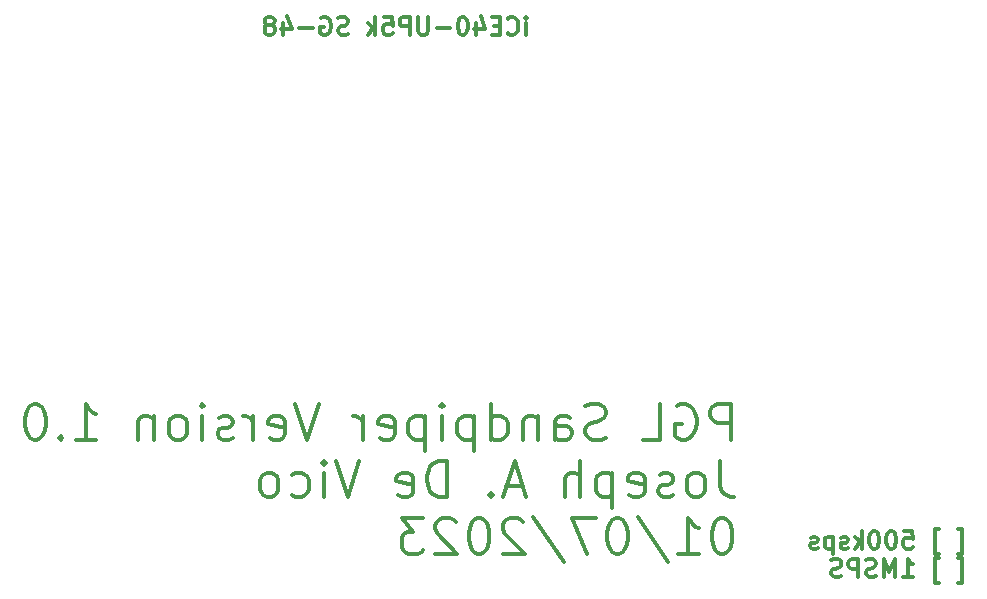
<source format=gbr>
%TF.GenerationSoftware,KiCad,Pcbnew,7.0.7*%
%TF.CreationDate,2024-01-22T13:38:32-08:00*%
%TF.ProjectId,ProgrammaGull_Sandpiper,50726f67-7261-46d6-9d61-47756c6c5f53,rev?*%
%TF.SameCoordinates,Original*%
%TF.FileFunction,Legend,Bot*%
%TF.FilePolarity,Positive*%
%FSLAX46Y46*%
G04 Gerber Fmt 4.6, Leading zero omitted, Abs format (unit mm)*
G04 Created by KiCad (PCBNEW 7.0.7) date 2024-01-22 13:38:32*
%MOMM*%
%LPD*%
G01*
G04 APERTURE LIST*
%ADD10C,0.300000*%
G04 APERTURE END LIST*
D10*
X121516917Y-71435828D02*
X121874060Y-71435828D01*
X121874060Y-71435828D02*
X121874060Y-69292971D01*
X121874060Y-69292971D02*
X121516917Y-69292971D01*
X119945489Y-71435828D02*
X119588346Y-71435828D01*
X119588346Y-71435828D02*
X119588346Y-69292971D01*
X119588346Y-69292971D02*
X119945489Y-69292971D01*
X116945489Y-69435828D02*
X117659775Y-69435828D01*
X117659775Y-69435828D02*
X117731203Y-70150114D01*
X117731203Y-70150114D02*
X117659775Y-70078685D01*
X117659775Y-70078685D02*
X117516918Y-70007257D01*
X117516918Y-70007257D02*
X117159775Y-70007257D01*
X117159775Y-70007257D02*
X117016918Y-70078685D01*
X117016918Y-70078685D02*
X116945489Y-70150114D01*
X116945489Y-70150114D02*
X116874060Y-70292971D01*
X116874060Y-70292971D02*
X116874060Y-70650114D01*
X116874060Y-70650114D02*
X116945489Y-70792971D01*
X116945489Y-70792971D02*
X117016918Y-70864400D01*
X117016918Y-70864400D02*
X117159775Y-70935828D01*
X117159775Y-70935828D02*
X117516918Y-70935828D01*
X117516918Y-70935828D02*
X117659775Y-70864400D01*
X117659775Y-70864400D02*
X117731203Y-70792971D01*
X115945489Y-69435828D02*
X115802632Y-69435828D01*
X115802632Y-69435828D02*
X115659775Y-69507257D01*
X115659775Y-69507257D02*
X115588347Y-69578685D01*
X115588347Y-69578685D02*
X115516918Y-69721542D01*
X115516918Y-69721542D02*
X115445489Y-70007257D01*
X115445489Y-70007257D02*
X115445489Y-70364400D01*
X115445489Y-70364400D02*
X115516918Y-70650114D01*
X115516918Y-70650114D02*
X115588347Y-70792971D01*
X115588347Y-70792971D02*
X115659775Y-70864400D01*
X115659775Y-70864400D02*
X115802632Y-70935828D01*
X115802632Y-70935828D02*
X115945489Y-70935828D01*
X115945489Y-70935828D02*
X116088347Y-70864400D01*
X116088347Y-70864400D02*
X116159775Y-70792971D01*
X116159775Y-70792971D02*
X116231204Y-70650114D01*
X116231204Y-70650114D02*
X116302632Y-70364400D01*
X116302632Y-70364400D02*
X116302632Y-70007257D01*
X116302632Y-70007257D02*
X116231204Y-69721542D01*
X116231204Y-69721542D02*
X116159775Y-69578685D01*
X116159775Y-69578685D02*
X116088347Y-69507257D01*
X116088347Y-69507257D02*
X115945489Y-69435828D01*
X114516918Y-69435828D02*
X114374061Y-69435828D01*
X114374061Y-69435828D02*
X114231204Y-69507257D01*
X114231204Y-69507257D02*
X114159776Y-69578685D01*
X114159776Y-69578685D02*
X114088347Y-69721542D01*
X114088347Y-69721542D02*
X114016918Y-70007257D01*
X114016918Y-70007257D02*
X114016918Y-70364400D01*
X114016918Y-70364400D02*
X114088347Y-70650114D01*
X114088347Y-70650114D02*
X114159776Y-70792971D01*
X114159776Y-70792971D02*
X114231204Y-70864400D01*
X114231204Y-70864400D02*
X114374061Y-70935828D01*
X114374061Y-70935828D02*
X114516918Y-70935828D01*
X114516918Y-70935828D02*
X114659776Y-70864400D01*
X114659776Y-70864400D02*
X114731204Y-70792971D01*
X114731204Y-70792971D02*
X114802633Y-70650114D01*
X114802633Y-70650114D02*
X114874061Y-70364400D01*
X114874061Y-70364400D02*
X114874061Y-70007257D01*
X114874061Y-70007257D02*
X114802633Y-69721542D01*
X114802633Y-69721542D02*
X114731204Y-69578685D01*
X114731204Y-69578685D02*
X114659776Y-69507257D01*
X114659776Y-69507257D02*
X114516918Y-69435828D01*
X113374062Y-70935828D02*
X113374062Y-69435828D01*
X113231205Y-70364400D02*
X112802633Y-70935828D01*
X112802633Y-69935828D02*
X113374062Y-70507257D01*
X112231204Y-70864400D02*
X112088347Y-70935828D01*
X112088347Y-70935828D02*
X111802633Y-70935828D01*
X111802633Y-70935828D02*
X111659776Y-70864400D01*
X111659776Y-70864400D02*
X111588347Y-70721542D01*
X111588347Y-70721542D02*
X111588347Y-70650114D01*
X111588347Y-70650114D02*
X111659776Y-70507257D01*
X111659776Y-70507257D02*
X111802633Y-70435828D01*
X111802633Y-70435828D02*
X112016919Y-70435828D01*
X112016919Y-70435828D02*
X112159776Y-70364400D01*
X112159776Y-70364400D02*
X112231204Y-70221542D01*
X112231204Y-70221542D02*
X112231204Y-70150114D01*
X112231204Y-70150114D02*
X112159776Y-70007257D01*
X112159776Y-70007257D02*
X112016919Y-69935828D01*
X112016919Y-69935828D02*
X111802633Y-69935828D01*
X111802633Y-69935828D02*
X111659776Y-70007257D01*
X110945490Y-69935828D02*
X110945490Y-71435828D01*
X110945490Y-70007257D02*
X110802633Y-69935828D01*
X110802633Y-69935828D02*
X110516918Y-69935828D01*
X110516918Y-69935828D02*
X110374061Y-70007257D01*
X110374061Y-70007257D02*
X110302633Y-70078685D01*
X110302633Y-70078685D02*
X110231204Y-70221542D01*
X110231204Y-70221542D02*
X110231204Y-70650114D01*
X110231204Y-70650114D02*
X110302633Y-70792971D01*
X110302633Y-70792971D02*
X110374061Y-70864400D01*
X110374061Y-70864400D02*
X110516918Y-70935828D01*
X110516918Y-70935828D02*
X110802633Y-70935828D01*
X110802633Y-70935828D02*
X110945490Y-70864400D01*
X109659775Y-70864400D02*
X109516918Y-70935828D01*
X109516918Y-70935828D02*
X109231204Y-70935828D01*
X109231204Y-70935828D02*
X109088347Y-70864400D01*
X109088347Y-70864400D02*
X109016918Y-70721542D01*
X109016918Y-70721542D02*
X109016918Y-70650114D01*
X109016918Y-70650114D02*
X109088347Y-70507257D01*
X109088347Y-70507257D02*
X109231204Y-70435828D01*
X109231204Y-70435828D02*
X109445490Y-70435828D01*
X109445490Y-70435828D02*
X109588347Y-70364400D01*
X109588347Y-70364400D02*
X109659775Y-70221542D01*
X109659775Y-70221542D02*
X109659775Y-70150114D01*
X109659775Y-70150114D02*
X109588347Y-70007257D01*
X109588347Y-70007257D02*
X109445490Y-69935828D01*
X109445490Y-69935828D02*
X109231204Y-69935828D01*
X109231204Y-69935828D02*
X109088347Y-70007257D01*
X121516917Y-73850828D02*
X121874060Y-73850828D01*
X121874060Y-73850828D02*
X121874060Y-71707971D01*
X121874060Y-71707971D02*
X121516917Y-71707971D01*
X119945489Y-73850828D02*
X119588346Y-73850828D01*
X119588346Y-73850828D02*
X119588346Y-71707971D01*
X119588346Y-71707971D02*
X119945489Y-71707971D01*
X116874060Y-73350828D02*
X117731203Y-73350828D01*
X117302632Y-73350828D02*
X117302632Y-71850828D01*
X117302632Y-71850828D02*
X117445489Y-72065114D01*
X117445489Y-72065114D02*
X117588346Y-72207971D01*
X117588346Y-72207971D02*
X117731203Y-72279400D01*
X116231204Y-73350828D02*
X116231204Y-71850828D01*
X116231204Y-71850828D02*
X115731204Y-72922257D01*
X115731204Y-72922257D02*
X115231204Y-71850828D01*
X115231204Y-71850828D02*
X115231204Y-73350828D01*
X114588346Y-73279400D02*
X114374061Y-73350828D01*
X114374061Y-73350828D02*
X114016918Y-73350828D01*
X114016918Y-73350828D02*
X113874061Y-73279400D01*
X113874061Y-73279400D02*
X113802632Y-73207971D01*
X113802632Y-73207971D02*
X113731203Y-73065114D01*
X113731203Y-73065114D02*
X113731203Y-72922257D01*
X113731203Y-72922257D02*
X113802632Y-72779400D01*
X113802632Y-72779400D02*
X113874061Y-72707971D01*
X113874061Y-72707971D02*
X114016918Y-72636542D01*
X114016918Y-72636542D02*
X114302632Y-72565114D01*
X114302632Y-72565114D02*
X114445489Y-72493685D01*
X114445489Y-72493685D02*
X114516918Y-72422257D01*
X114516918Y-72422257D02*
X114588346Y-72279400D01*
X114588346Y-72279400D02*
X114588346Y-72136542D01*
X114588346Y-72136542D02*
X114516918Y-71993685D01*
X114516918Y-71993685D02*
X114445489Y-71922257D01*
X114445489Y-71922257D02*
X114302632Y-71850828D01*
X114302632Y-71850828D02*
X113945489Y-71850828D01*
X113945489Y-71850828D02*
X113731203Y-71922257D01*
X113088347Y-73350828D02*
X113088347Y-71850828D01*
X113088347Y-71850828D02*
X112516918Y-71850828D01*
X112516918Y-71850828D02*
X112374061Y-71922257D01*
X112374061Y-71922257D02*
X112302632Y-71993685D01*
X112302632Y-71993685D02*
X112231204Y-72136542D01*
X112231204Y-72136542D02*
X112231204Y-72350828D01*
X112231204Y-72350828D02*
X112302632Y-72493685D01*
X112302632Y-72493685D02*
X112374061Y-72565114D01*
X112374061Y-72565114D02*
X112516918Y-72636542D01*
X112516918Y-72636542D02*
X113088347Y-72636542D01*
X111659775Y-73279400D02*
X111445490Y-73350828D01*
X111445490Y-73350828D02*
X111088347Y-73350828D01*
X111088347Y-73350828D02*
X110945490Y-73279400D01*
X110945490Y-73279400D02*
X110874061Y-73207971D01*
X110874061Y-73207971D02*
X110802632Y-73065114D01*
X110802632Y-73065114D02*
X110802632Y-72922257D01*
X110802632Y-72922257D02*
X110874061Y-72779400D01*
X110874061Y-72779400D02*
X110945490Y-72707971D01*
X110945490Y-72707971D02*
X111088347Y-72636542D01*
X111088347Y-72636542D02*
X111374061Y-72565114D01*
X111374061Y-72565114D02*
X111516918Y-72493685D01*
X111516918Y-72493685D02*
X111588347Y-72422257D01*
X111588347Y-72422257D02*
X111659775Y-72279400D01*
X111659775Y-72279400D02*
X111659775Y-72136542D01*
X111659775Y-72136542D02*
X111588347Y-71993685D01*
X111588347Y-71993685D02*
X111516918Y-71922257D01*
X111516918Y-71922257D02*
X111374061Y-71850828D01*
X111374061Y-71850828D02*
X111016918Y-71850828D01*
X111016918Y-71850828D02*
X110802632Y-71922257D01*
X102278346Y-61707257D02*
X102278346Y-58707257D01*
X102278346Y-58707257D02*
X101135489Y-58707257D01*
X101135489Y-58707257D02*
X100849774Y-58850114D01*
X100849774Y-58850114D02*
X100706917Y-58992971D01*
X100706917Y-58992971D02*
X100564060Y-59278685D01*
X100564060Y-59278685D02*
X100564060Y-59707257D01*
X100564060Y-59707257D02*
X100706917Y-59992971D01*
X100706917Y-59992971D02*
X100849774Y-60135828D01*
X100849774Y-60135828D02*
X101135489Y-60278685D01*
X101135489Y-60278685D02*
X102278346Y-60278685D01*
X97706917Y-58850114D02*
X97992632Y-58707257D01*
X97992632Y-58707257D02*
X98421203Y-58707257D01*
X98421203Y-58707257D02*
X98849774Y-58850114D01*
X98849774Y-58850114D02*
X99135489Y-59135828D01*
X99135489Y-59135828D02*
X99278346Y-59421542D01*
X99278346Y-59421542D02*
X99421203Y-59992971D01*
X99421203Y-59992971D02*
X99421203Y-60421542D01*
X99421203Y-60421542D02*
X99278346Y-60992971D01*
X99278346Y-60992971D02*
X99135489Y-61278685D01*
X99135489Y-61278685D02*
X98849774Y-61564400D01*
X98849774Y-61564400D02*
X98421203Y-61707257D01*
X98421203Y-61707257D02*
X98135489Y-61707257D01*
X98135489Y-61707257D02*
X97706917Y-61564400D01*
X97706917Y-61564400D02*
X97564060Y-61421542D01*
X97564060Y-61421542D02*
X97564060Y-60421542D01*
X97564060Y-60421542D02*
X98135489Y-60421542D01*
X94849774Y-61707257D02*
X96278346Y-61707257D01*
X96278346Y-61707257D02*
X96278346Y-58707257D01*
X91706918Y-61564400D02*
X91278347Y-61707257D01*
X91278347Y-61707257D02*
X90564061Y-61707257D01*
X90564061Y-61707257D02*
X90278347Y-61564400D01*
X90278347Y-61564400D02*
X90135489Y-61421542D01*
X90135489Y-61421542D02*
X89992632Y-61135828D01*
X89992632Y-61135828D02*
X89992632Y-60850114D01*
X89992632Y-60850114D02*
X90135489Y-60564400D01*
X90135489Y-60564400D02*
X90278347Y-60421542D01*
X90278347Y-60421542D02*
X90564061Y-60278685D01*
X90564061Y-60278685D02*
X91135489Y-60135828D01*
X91135489Y-60135828D02*
X91421204Y-59992971D01*
X91421204Y-59992971D02*
X91564061Y-59850114D01*
X91564061Y-59850114D02*
X91706918Y-59564400D01*
X91706918Y-59564400D02*
X91706918Y-59278685D01*
X91706918Y-59278685D02*
X91564061Y-58992971D01*
X91564061Y-58992971D02*
X91421204Y-58850114D01*
X91421204Y-58850114D02*
X91135489Y-58707257D01*
X91135489Y-58707257D02*
X90421204Y-58707257D01*
X90421204Y-58707257D02*
X89992632Y-58850114D01*
X87421204Y-61707257D02*
X87421204Y-60135828D01*
X87421204Y-60135828D02*
X87564061Y-59850114D01*
X87564061Y-59850114D02*
X87849775Y-59707257D01*
X87849775Y-59707257D02*
X88421204Y-59707257D01*
X88421204Y-59707257D02*
X88706918Y-59850114D01*
X87421204Y-61564400D02*
X87706918Y-61707257D01*
X87706918Y-61707257D02*
X88421204Y-61707257D01*
X88421204Y-61707257D02*
X88706918Y-61564400D01*
X88706918Y-61564400D02*
X88849775Y-61278685D01*
X88849775Y-61278685D02*
X88849775Y-60992971D01*
X88849775Y-60992971D02*
X88706918Y-60707257D01*
X88706918Y-60707257D02*
X88421204Y-60564400D01*
X88421204Y-60564400D02*
X87706918Y-60564400D01*
X87706918Y-60564400D02*
X87421204Y-60421542D01*
X85992632Y-59707257D02*
X85992632Y-61707257D01*
X85992632Y-59992971D02*
X85849775Y-59850114D01*
X85849775Y-59850114D02*
X85564060Y-59707257D01*
X85564060Y-59707257D02*
X85135489Y-59707257D01*
X85135489Y-59707257D02*
X84849775Y-59850114D01*
X84849775Y-59850114D02*
X84706918Y-60135828D01*
X84706918Y-60135828D02*
X84706918Y-61707257D01*
X81992632Y-61707257D02*
X81992632Y-58707257D01*
X81992632Y-61564400D02*
X82278346Y-61707257D01*
X82278346Y-61707257D02*
X82849774Y-61707257D01*
X82849774Y-61707257D02*
X83135489Y-61564400D01*
X83135489Y-61564400D02*
X83278346Y-61421542D01*
X83278346Y-61421542D02*
X83421203Y-61135828D01*
X83421203Y-61135828D02*
X83421203Y-60278685D01*
X83421203Y-60278685D02*
X83278346Y-59992971D01*
X83278346Y-59992971D02*
X83135489Y-59850114D01*
X83135489Y-59850114D02*
X82849774Y-59707257D01*
X82849774Y-59707257D02*
X82278346Y-59707257D01*
X82278346Y-59707257D02*
X81992632Y-59850114D01*
X80564060Y-59707257D02*
X80564060Y-62707257D01*
X80564060Y-59850114D02*
X80278346Y-59707257D01*
X80278346Y-59707257D02*
X79706917Y-59707257D01*
X79706917Y-59707257D02*
X79421203Y-59850114D01*
X79421203Y-59850114D02*
X79278346Y-59992971D01*
X79278346Y-59992971D02*
X79135488Y-60278685D01*
X79135488Y-60278685D02*
X79135488Y-61135828D01*
X79135488Y-61135828D02*
X79278346Y-61421542D01*
X79278346Y-61421542D02*
X79421203Y-61564400D01*
X79421203Y-61564400D02*
X79706917Y-61707257D01*
X79706917Y-61707257D02*
X80278346Y-61707257D01*
X80278346Y-61707257D02*
X80564060Y-61564400D01*
X77849774Y-61707257D02*
X77849774Y-59707257D01*
X77849774Y-58707257D02*
X77992631Y-58850114D01*
X77992631Y-58850114D02*
X77849774Y-58992971D01*
X77849774Y-58992971D02*
X77706917Y-58850114D01*
X77706917Y-58850114D02*
X77849774Y-58707257D01*
X77849774Y-58707257D02*
X77849774Y-58992971D01*
X76421203Y-59707257D02*
X76421203Y-62707257D01*
X76421203Y-59850114D02*
X76135489Y-59707257D01*
X76135489Y-59707257D02*
X75564060Y-59707257D01*
X75564060Y-59707257D02*
X75278346Y-59850114D01*
X75278346Y-59850114D02*
X75135489Y-59992971D01*
X75135489Y-59992971D02*
X74992631Y-60278685D01*
X74992631Y-60278685D02*
X74992631Y-61135828D01*
X74992631Y-61135828D02*
X75135489Y-61421542D01*
X75135489Y-61421542D02*
X75278346Y-61564400D01*
X75278346Y-61564400D02*
X75564060Y-61707257D01*
X75564060Y-61707257D02*
X76135489Y-61707257D01*
X76135489Y-61707257D02*
X76421203Y-61564400D01*
X72564060Y-61564400D02*
X72849774Y-61707257D01*
X72849774Y-61707257D02*
X73421203Y-61707257D01*
X73421203Y-61707257D02*
X73706917Y-61564400D01*
X73706917Y-61564400D02*
X73849774Y-61278685D01*
X73849774Y-61278685D02*
X73849774Y-60135828D01*
X73849774Y-60135828D02*
X73706917Y-59850114D01*
X73706917Y-59850114D02*
X73421203Y-59707257D01*
X73421203Y-59707257D02*
X72849774Y-59707257D01*
X72849774Y-59707257D02*
X72564060Y-59850114D01*
X72564060Y-59850114D02*
X72421203Y-60135828D01*
X72421203Y-60135828D02*
X72421203Y-60421542D01*
X72421203Y-60421542D02*
X73849774Y-60707257D01*
X71135488Y-61707257D02*
X71135488Y-59707257D01*
X71135488Y-60278685D02*
X70992631Y-59992971D01*
X70992631Y-59992971D02*
X70849774Y-59850114D01*
X70849774Y-59850114D02*
X70564059Y-59707257D01*
X70564059Y-59707257D02*
X70278345Y-59707257D01*
X67421202Y-58707257D02*
X66421202Y-61707257D01*
X66421202Y-61707257D02*
X65421202Y-58707257D01*
X63278345Y-61564400D02*
X63564059Y-61707257D01*
X63564059Y-61707257D02*
X64135488Y-61707257D01*
X64135488Y-61707257D02*
X64421202Y-61564400D01*
X64421202Y-61564400D02*
X64564059Y-61278685D01*
X64564059Y-61278685D02*
X64564059Y-60135828D01*
X64564059Y-60135828D02*
X64421202Y-59850114D01*
X64421202Y-59850114D02*
X64135488Y-59707257D01*
X64135488Y-59707257D02*
X63564059Y-59707257D01*
X63564059Y-59707257D02*
X63278345Y-59850114D01*
X63278345Y-59850114D02*
X63135488Y-60135828D01*
X63135488Y-60135828D02*
X63135488Y-60421542D01*
X63135488Y-60421542D02*
X64564059Y-60707257D01*
X61849773Y-61707257D02*
X61849773Y-59707257D01*
X61849773Y-60278685D02*
X61706916Y-59992971D01*
X61706916Y-59992971D02*
X61564059Y-59850114D01*
X61564059Y-59850114D02*
X61278344Y-59707257D01*
X61278344Y-59707257D02*
X60992630Y-59707257D01*
X60135487Y-61564400D02*
X59849773Y-61707257D01*
X59849773Y-61707257D02*
X59278344Y-61707257D01*
X59278344Y-61707257D02*
X58992630Y-61564400D01*
X58992630Y-61564400D02*
X58849773Y-61278685D01*
X58849773Y-61278685D02*
X58849773Y-61135828D01*
X58849773Y-61135828D02*
X58992630Y-60850114D01*
X58992630Y-60850114D02*
X59278344Y-60707257D01*
X59278344Y-60707257D02*
X59706916Y-60707257D01*
X59706916Y-60707257D02*
X59992630Y-60564400D01*
X59992630Y-60564400D02*
X60135487Y-60278685D01*
X60135487Y-60278685D02*
X60135487Y-60135828D01*
X60135487Y-60135828D02*
X59992630Y-59850114D01*
X59992630Y-59850114D02*
X59706916Y-59707257D01*
X59706916Y-59707257D02*
X59278344Y-59707257D01*
X59278344Y-59707257D02*
X58992630Y-59850114D01*
X57564059Y-61707257D02*
X57564059Y-59707257D01*
X57564059Y-58707257D02*
X57706916Y-58850114D01*
X57706916Y-58850114D02*
X57564059Y-58992971D01*
X57564059Y-58992971D02*
X57421202Y-58850114D01*
X57421202Y-58850114D02*
X57564059Y-58707257D01*
X57564059Y-58707257D02*
X57564059Y-58992971D01*
X55706916Y-61707257D02*
X55992631Y-61564400D01*
X55992631Y-61564400D02*
X56135488Y-61421542D01*
X56135488Y-61421542D02*
X56278345Y-61135828D01*
X56278345Y-61135828D02*
X56278345Y-60278685D01*
X56278345Y-60278685D02*
X56135488Y-59992971D01*
X56135488Y-59992971D02*
X55992631Y-59850114D01*
X55992631Y-59850114D02*
X55706916Y-59707257D01*
X55706916Y-59707257D02*
X55278345Y-59707257D01*
X55278345Y-59707257D02*
X54992631Y-59850114D01*
X54992631Y-59850114D02*
X54849774Y-59992971D01*
X54849774Y-59992971D02*
X54706916Y-60278685D01*
X54706916Y-60278685D02*
X54706916Y-61135828D01*
X54706916Y-61135828D02*
X54849774Y-61421542D01*
X54849774Y-61421542D02*
X54992631Y-61564400D01*
X54992631Y-61564400D02*
X55278345Y-61707257D01*
X55278345Y-61707257D02*
X55706916Y-61707257D01*
X53421202Y-59707257D02*
X53421202Y-61707257D01*
X53421202Y-59992971D02*
X53278345Y-59850114D01*
X53278345Y-59850114D02*
X52992630Y-59707257D01*
X52992630Y-59707257D02*
X52564059Y-59707257D01*
X52564059Y-59707257D02*
X52278345Y-59850114D01*
X52278345Y-59850114D02*
X52135488Y-60135828D01*
X52135488Y-60135828D02*
X52135488Y-61707257D01*
X46849773Y-61707257D02*
X48564059Y-61707257D01*
X47706916Y-61707257D02*
X47706916Y-58707257D01*
X47706916Y-58707257D02*
X47992630Y-59135828D01*
X47992630Y-59135828D02*
X48278345Y-59421542D01*
X48278345Y-59421542D02*
X48564059Y-59564400D01*
X45564059Y-61421542D02*
X45421202Y-61564400D01*
X45421202Y-61564400D02*
X45564059Y-61707257D01*
X45564059Y-61707257D02*
X45706916Y-61564400D01*
X45706916Y-61564400D02*
X45564059Y-61421542D01*
X45564059Y-61421542D02*
X45564059Y-61707257D01*
X43564059Y-58707257D02*
X43278345Y-58707257D01*
X43278345Y-58707257D02*
X42992631Y-58850114D01*
X42992631Y-58850114D02*
X42849774Y-58992971D01*
X42849774Y-58992971D02*
X42706916Y-59278685D01*
X42706916Y-59278685D02*
X42564059Y-59850114D01*
X42564059Y-59850114D02*
X42564059Y-60564400D01*
X42564059Y-60564400D02*
X42706916Y-61135828D01*
X42706916Y-61135828D02*
X42849774Y-61421542D01*
X42849774Y-61421542D02*
X42992631Y-61564400D01*
X42992631Y-61564400D02*
X43278345Y-61707257D01*
X43278345Y-61707257D02*
X43564059Y-61707257D01*
X43564059Y-61707257D02*
X43849774Y-61564400D01*
X43849774Y-61564400D02*
X43992631Y-61421542D01*
X43992631Y-61421542D02*
X44135488Y-61135828D01*
X44135488Y-61135828D02*
X44278345Y-60564400D01*
X44278345Y-60564400D02*
X44278345Y-59850114D01*
X44278345Y-59850114D02*
X44135488Y-59278685D01*
X44135488Y-59278685D02*
X43992631Y-58992971D01*
X43992631Y-58992971D02*
X43849774Y-58850114D01*
X43849774Y-58850114D02*
X43564059Y-58707257D01*
X101421203Y-63537257D02*
X101421203Y-65680114D01*
X101421203Y-65680114D02*
X101564060Y-66108685D01*
X101564060Y-66108685D02*
X101849774Y-66394400D01*
X101849774Y-66394400D02*
X102278346Y-66537257D01*
X102278346Y-66537257D02*
X102564060Y-66537257D01*
X99564060Y-66537257D02*
X99849775Y-66394400D01*
X99849775Y-66394400D02*
X99992632Y-66251542D01*
X99992632Y-66251542D02*
X100135489Y-65965828D01*
X100135489Y-65965828D02*
X100135489Y-65108685D01*
X100135489Y-65108685D02*
X99992632Y-64822971D01*
X99992632Y-64822971D02*
X99849775Y-64680114D01*
X99849775Y-64680114D02*
X99564060Y-64537257D01*
X99564060Y-64537257D02*
X99135489Y-64537257D01*
X99135489Y-64537257D02*
X98849775Y-64680114D01*
X98849775Y-64680114D02*
X98706918Y-64822971D01*
X98706918Y-64822971D02*
X98564060Y-65108685D01*
X98564060Y-65108685D02*
X98564060Y-65965828D01*
X98564060Y-65965828D02*
X98706918Y-66251542D01*
X98706918Y-66251542D02*
X98849775Y-66394400D01*
X98849775Y-66394400D02*
X99135489Y-66537257D01*
X99135489Y-66537257D02*
X99564060Y-66537257D01*
X97421203Y-66394400D02*
X97135489Y-66537257D01*
X97135489Y-66537257D02*
X96564060Y-66537257D01*
X96564060Y-66537257D02*
X96278346Y-66394400D01*
X96278346Y-66394400D02*
X96135489Y-66108685D01*
X96135489Y-66108685D02*
X96135489Y-65965828D01*
X96135489Y-65965828D02*
X96278346Y-65680114D01*
X96278346Y-65680114D02*
X96564060Y-65537257D01*
X96564060Y-65537257D02*
X96992632Y-65537257D01*
X96992632Y-65537257D02*
X97278346Y-65394400D01*
X97278346Y-65394400D02*
X97421203Y-65108685D01*
X97421203Y-65108685D02*
X97421203Y-64965828D01*
X97421203Y-64965828D02*
X97278346Y-64680114D01*
X97278346Y-64680114D02*
X96992632Y-64537257D01*
X96992632Y-64537257D02*
X96564060Y-64537257D01*
X96564060Y-64537257D02*
X96278346Y-64680114D01*
X93706918Y-66394400D02*
X93992632Y-66537257D01*
X93992632Y-66537257D02*
X94564061Y-66537257D01*
X94564061Y-66537257D02*
X94849775Y-66394400D01*
X94849775Y-66394400D02*
X94992632Y-66108685D01*
X94992632Y-66108685D02*
X94992632Y-64965828D01*
X94992632Y-64965828D02*
X94849775Y-64680114D01*
X94849775Y-64680114D02*
X94564061Y-64537257D01*
X94564061Y-64537257D02*
X93992632Y-64537257D01*
X93992632Y-64537257D02*
X93706918Y-64680114D01*
X93706918Y-64680114D02*
X93564061Y-64965828D01*
X93564061Y-64965828D02*
X93564061Y-65251542D01*
X93564061Y-65251542D02*
X94992632Y-65537257D01*
X92278346Y-64537257D02*
X92278346Y-67537257D01*
X92278346Y-64680114D02*
X91992632Y-64537257D01*
X91992632Y-64537257D02*
X91421203Y-64537257D01*
X91421203Y-64537257D02*
X91135489Y-64680114D01*
X91135489Y-64680114D02*
X90992632Y-64822971D01*
X90992632Y-64822971D02*
X90849774Y-65108685D01*
X90849774Y-65108685D02*
X90849774Y-65965828D01*
X90849774Y-65965828D02*
X90992632Y-66251542D01*
X90992632Y-66251542D02*
X91135489Y-66394400D01*
X91135489Y-66394400D02*
X91421203Y-66537257D01*
X91421203Y-66537257D02*
X91992632Y-66537257D01*
X91992632Y-66537257D02*
X92278346Y-66394400D01*
X89564060Y-66537257D02*
X89564060Y-63537257D01*
X88278346Y-66537257D02*
X88278346Y-64965828D01*
X88278346Y-64965828D02*
X88421203Y-64680114D01*
X88421203Y-64680114D02*
X88706917Y-64537257D01*
X88706917Y-64537257D02*
X89135488Y-64537257D01*
X89135488Y-64537257D02*
X89421203Y-64680114D01*
X89421203Y-64680114D02*
X89564060Y-64822971D01*
X84706917Y-65680114D02*
X83278346Y-65680114D01*
X84992631Y-66537257D02*
X83992631Y-63537257D01*
X83992631Y-63537257D02*
X82992631Y-66537257D01*
X81992631Y-66251542D02*
X81849774Y-66394400D01*
X81849774Y-66394400D02*
X81992631Y-66537257D01*
X81992631Y-66537257D02*
X82135488Y-66394400D01*
X82135488Y-66394400D02*
X81992631Y-66251542D01*
X81992631Y-66251542D02*
X81992631Y-66537257D01*
X78278346Y-66537257D02*
X78278346Y-63537257D01*
X78278346Y-63537257D02*
X77564060Y-63537257D01*
X77564060Y-63537257D02*
X77135489Y-63680114D01*
X77135489Y-63680114D02*
X76849774Y-63965828D01*
X76849774Y-63965828D02*
X76706917Y-64251542D01*
X76706917Y-64251542D02*
X76564060Y-64822971D01*
X76564060Y-64822971D02*
X76564060Y-65251542D01*
X76564060Y-65251542D02*
X76706917Y-65822971D01*
X76706917Y-65822971D02*
X76849774Y-66108685D01*
X76849774Y-66108685D02*
X77135489Y-66394400D01*
X77135489Y-66394400D02*
X77564060Y-66537257D01*
X77564060Y-66537257D02*
X78278346Y-66537257D01*
X74135489Y-66394400D02*
X74421203Y-66537257D01*
X74421203Y-66537257D02*
X74992632Y-66537257D01*
X74992632Y-66537257D02*
X75278346Y-66394400D01*
X75278346Y-66394400D02*
X75421203Y-66108685D01*
X75421203Y-66108685D02*
X75421203Y-64965828D01*
X75421203Y-64965828D02*
X75278346Y-64680114D01*
X75278346Y-64680114D02*
X74992632Y-64537257D01*
X74992632Y-64537257D02*
X74421203Y-64537257D01*
X74421203Y-64537257D02*
X74135489Y-64680114D01*
X74135489Y-64680114D02*
X73992632Y-64965828D01*
X73992632Y-64965828D02*
X73992632Y-65251542D01*
X73992632Y-65251542D02*
X75421203Y-65537257D01*
X70849774Y-63537257D02*
X69849774Y-66537257D01*
X69849774Y-66537257D02*
X68849774Y-63537257D01*
X67849774Y-66537257D02*
X67849774Y-64537257D01*
X67849774Y-63537257D02*
X67992631Y-63680114D01*
X67992631Y-63680114D02*
X67849774Y-63822971D01*
X67849774Y-63822971D02*
X67706917Y-63680114D01*
X67706917Y-63680114D02*
X67849774Y-63537257D01*
X67849774Y-63537257D02*
X67849774Y-63822971D01*
X65135489Y-66394400D02*
X65421203Y-66537257D01*
X65421203Y-66537257D02*
X65992631Y-66537257D01*
X65992631Y-66537257D02*
X66278346Y-66394400D01*
X66278346Y-66394400D02*
X66421203Y-66251542D01*
X66421203Y-66251542D02*
X66564060Y-65965828D01*
X66564060Y-65965828D02*
X66564060Y-65108685D01*
X66564060Y-65108685D02*
X66421203Y-64822971D01*
X66421203Y-64822971D02*
X66278346Y-64680114D01*
X66278346Y-64680114D02*
X65992631Y-64537257D01*
X65992631Y-64537257D02*
X65421203Y-64537257D01*
X65421203Y-64537257D02*
X65135489Y-64680114D01*
X63421202Y-66537257D02*
X63706917Y-66394400D01*
X63706917Y-66394400D02*
X63849774Y-66251542D01*
X63849774Y-66251542D02*
X63992631Y-65965828D01*
X63992631Y-65965828D02*
X63992631Y-65108685D01*
X63992631Y-65108685D02*
X63849774Y-64822971D01*
X63849774Y-64822971D02*
X63706917Y-64680114D01*
X63706917Y-64680114D02*
X63421202Y-64537257D01*
X63421202Y-64537257D02*
X62992631Y-64537257D01*
X62992631Y-64537257D02*
X62706917Y-64680114D01*
X62706917Y-64680114D02*
X62564060Y-64822971D01*
X62564060Y-64822971D02*
X62421202Y-65108685D01*
X62421202Y-65108685D02*
X62421202Y-65965828D01*
X62421202Y-65965828D02*
X62564060Y-66251542D01*
X62564060Y-66251542D02*
X62706917Y-66394400D01*
X62706917Y-66394400D02*
X62992631Y-66537257D01*
X62992631Y-66537257D02*
X63421202Y-66537257D01*
X101706917Y-68367257D02*
X101421203Y-68367257D01*
X101421203Y-68367257D02*
X101135489Y-68510114D01*
X101135489Y-68510114D02*
X100992632Y-68652971D01*
X100992632Y-68652971D02*
X100849774Y-68938685D01*
X100849774Y-68938685D02*
X100706917Y-69510114D01*
X100706917Y-69510114D02*
X100706917Y-70224400D01*
X100706917Y-70224400D02*
X100849774Y-70795828D01*
X100849774Y-70795828D02*
X100992632Y-71081542D01*
X100992632Y-71081542D02*
X101135489Y-71224400D01*
X101135489Y-71224400D02*
X101421203Y-71367257D01*
X101421203Y-71367257D02*
X101706917Y-71367257D01*
X101706917Y-71367257D02*
X101992632Y-71224400D01*
X101992632Y-71224400D02*
X102135489Y-71081542D01*
X102135489Y-71081542D02*
X102278346Y-70795828D01*
X102278346Y-70795828D02*
X102421203Y-70224400D01*
X102421203Y-70224400D02*
X102421203Y-69510114D01*
X102421203Y-69510114D02*
X102278346Y-68938685D01*
X102278346Y-68938685D02*
X102135489Y-68652971D01*
X102135489Y-68652971D02*
X101992632Y-68510114D01*
X101992632Y-68510114D02*
X101706917Y-68367257D01*
X97849774Y-71367257D02*
X99564060Y-71367257D01*
X98706917Y-71367257D02*
X98706917Y-68367257D01*
X98706917Y-68367257D02*
X98992631Y-68795828D01*
X98992631Y-68795828D02*
X99278346Y-69081542D01*
X99278346Y-69081542D02*
X99564060Y-69224400D01*
X94421203Y-68224400D02*
X96992631Y-72081542D01*
X92849774Y-68367257D02*
X92564060Y-68367257D01*
X92564060Y-68367257D02*
X92278346Y-68510114D01*
X92278346Y-68510114D02*
X92135489Y-68652971D01*
X92135489Y-68652971D02*
X91992631Y-68938685D01*
X91992631Y-68938685D02*
X91849774Y-69510114D01*
X91849774Y-69510114D02*
X91849774Y-70224400D01*
X91849774Y-70224400D02*
X91992631Y-70795828D01*
X91992631Y-70795828D02*
X92135489Y-71081542D01*
X92135489Y-71081542D02*
X92278346Y-71224400D01*
X92278346Y-71224400D02*
X92564060Y-71367257D01*
X92564060Y-71367257D02*
X92849774Y-71367257D01*
X92849774Y-71367257D02*
X93135489Y-71224400D01*
X93135489Y-71224400D02*
X93278346Y-71081542D01*
X93278346Y-71081542D02*
X93421203Y-70795828D01*
X93421203Y-70795828D02*
X93564060Y-70224400D01*
X93564060Y-70224400D02*
X93564060Y-69510114D01*
X93564060Y-69510114D02*
X93421203Y-68938685D01*
X93421203Y-68938685D02*
X93278346Y-68652971D01*
X93278346Y-68652971D02*
X93135489Y-68510114D01*
X93135489Y-68510114D02*
X92849774Y-68367257D01*
X90849774Y-68367257D02*
X88849774Y-68367257D01*
X88849774Y-68367257D02*
X90135488Y-71367257D01*
X85564060Y-68224400D02*
X88135488Y-72081542D01*
X84706917Y-68652971D02*
X84564060Y-68510114D01*
X84564060Y-68510114D02*
X84278346Y-68367257D01*
X84278346Y-68367257D02*
X83564060Y-68367257D01*
X83564060Y-68367257D02*
X83278346Y-68510114D01*
X83278346Y-68510114D02*
X83135488Y-68652971D01*
X83135488Y-68652971D02*
X82992631Y-68938685D01*
X82992631Y-68938685D02*
X82992631Y-69224400D01*
X82992631Y-69224400D02*
X83135488Y-69652971D01*
X83135488Y-69652971D02*
X84849774Y-71367257D01*
X84849774Y-71367257D02*
X82992631Y-71367257D01*
X81135488Y-68367257D02*
X80849774Y-68367257D01*
X80849774Y-68367257D02*
X80564060Y-68510114D01*
X80564060Y-68510114D02*
X80421203Y-68652971D01*
X80421203Y-68652971D02*
X80278345Y-68938685D01*
X80278345Y-68938685D02*
X80135488Y-69510114D01*
X80135488Y-69510114D02*
X80135488Y-70224400D01*
X80135488Y-70224400D02*
X80278345Y-70795828D01*
X80278345Y-70795828D02*
X80421203Y-71081542D01*
X80421203Y-71081542D02*
X80564060Y-71224400D01*
X80564060Y-71224400D02*
X80849774Y-71367257D01*
X80849774Y-71367257D02*
X81135488Y-71367257D01*
X81135488Y-71367257D02*
X81421203Y-71224400D01*
X81421203Y-71224400D02*
X81564060Y-71081542D01*
X81564060Y-71081542D02*
X81706917Y-70795828D01*
X81706917Y-70795828D02*
X81849774Y-70224400D01*
X81849774Y-70224400D02*
X81849774Y-69510114D01*
X81849774Y-69510114D02*
X81706917Y-68938685D01*
X81706917Y-68938685D02*
X81564060Y-68652971D01*
X81564060Y-68652971D02*
X81421203Y-68510114D01*
X81421203Y-68510114D02*
X81135488Y-68367257D01*
X78992631Y-68652971D02*
X78849774Y-68510114D01*
X78849774Y-68510114D02*
X78564060Y-68367257D01*
X78564060Y-68367257D02*
X77849774Y-68367257D01*
X77849774Y-68367257D02*
X77564060Y-68510114D01*
X77564060Y-68510114D02*
X77421202Y-68652971D01*
X77421202Y-68652971D02*
X77278345Y-68938685D01*
X77278345Y-68938685D02*
X77278345Y-69224400D01*
X77278345Y-69224400D02*
X77421202Y-69652971D01*
X77421202Y-69652971D02*
X79135488Y-71367257D01*
X79135488Y-71367257D02*
X77278345Y-71367257D01*
X76278345Y-68367257D02*
X74421202Y-68367257D01*
X74421202Y-68367257D02*
X75421202Y-69510114D01*
X75421202Y-69510114D02*
X74992631Y-69510114D01*
X74992631Y-69510114D02*
X74706917Y-69652971D01*
X74706917Y-69652971D02*
X74564059Y-69795828D01*
X74564059Y-69795828D02*
X74421202Y-70081542D01*
X74421202Y-70081542D02*
X74421202Y-70795828D01*
X74421202Y-70795828D02*
X74564059Y-71081542D01*
X74564059Y-71081542D02*
X74706917Y-71224400D01*
X74706917Y-71224400D02*
X74992631Y-71367257D01*
X74992631Y-71367257D02*
X75849774Y-71367257D01*
X75849774Y-71367257D02*
X76135488Y-71224400D01*
X76135488Y-71224400D02*
X76278345Y-71081542D01*
X84965489Y-27440828D02*
X84965489Y-26440828D01*
X84965489Y-25940828D02*
X85036917Y-26012257D01*
X85036917Y-26012257D02*
X84965489Y-26083685D01*
X84965489Y-26083685D02*
X84894060Y-26012257D01*
X84894060Y-26012257D02*
X84965489Y-25940828D01*
X84965489Y-25940828D02*
X84965489Y-26083685D01*
X83394060Y-27297971D02*
X83465488Y-27369400D01*
X83465488Y-27369400D02*
X83679774Y-27440828D01*
X83679774Y-27440828D02*
X83822631Y-27440828D01*
X83822631Y-27440828D02*
X84036917Y-27369400D01*
X84036917Y-27369400D02*
X84179774Y-27226542D01*
X84179774Y-27226542D02*
X84251203Y-27083685D01*
X84251203Y-27083685D02*
X84322631Y-26797971D01*
X84322631Y-26797971D02*
X84322631Y-26583685D01*
X84322631Y-26583685D02*
X84251203Y-26297971D01*
X84251203Y-26297971D02*
X84179774Y-26155114D01*
X84179774Y-26155114D02*
X84036917Y-26012257D01*
X84036917Y-26012257D02*
X83822631Y-25940828D01*
X83822631Y-25940828D02*
X83679774Y-25940828D01*
X83679774Y-25940828D02*
X83465488Y-26012257D01*
X83465488Y-26012257D02*
X83394060Y-26083685D01*
X82751203Y-26655114D02*
X82251203Y-26655114D01*
X82036917Y-27440828D02*
X82751203Y-27440828D01*
X82751203Y-27440828D02*
X82751203Y-25940828D01*
X82751203Y-25940828D02*
X82036917Y-25940828D01*
X80751203Y-26440828D02*
X80751203Y-27440828D01*
X81108345Y-25869400D02*
X81465488Y-26940828D01*
X81465488Y-26940828D02*
X80536917Y-26940828D01*
X79679774Y-25940828D02*
X79536917Y-25940828D01*
X79536917Y-25940828D02*
X79394060Y-26012257D01*
X79394060Y-26012257D02*
X79322632Y-26083685D01*
X79322632Y-26083685D02*
X79251203Y-26226542D01*
X79251203Y-26226542D02*
X79179774Y-26512257D01*
X79179774Y-26512257D02*
X79179774Y-26869400D01*
X79179774Y-26869400D02*
X79251203Y-27155114D01*
X79251203Y-27155114D02*
X79322632Y-27297971D01*
X79322632Y-27297971D02*
X79394060Y-27369400D01*
X79394060Y-27369400D02*
X79536917Y-27440828D01*
X79536917Y-27440828D02*
X79679774Y-27440828D01*
X79679774Y-27440828D02*
X79822632Y-27369400D01*
X79822632Y-27369400D02*
X79894060Y-27297971D01*
X79894060Y-27297971D02*
X79965489Y-27155114D01*
X79965489Y-27155114D02*
X80036917Y-26869400D01*
X80036917Y-26869400D02*
X80036917Y-26512257D01*
X80036917Y-26512257D02*
X79965489Y-26226542D01*
X79965489Y-26226542D02*
X79894060Y-26083685D01*
X79894060Y-26083685D02*
X79822632Y-26012257D01*
X79822632Y-26012257D02*
X79679774Y-25940828D01*
X78536918Y-26869400D02*
X77394061Y-26869400D01*
X76679775Y-25940828D02*
X76679775Y-27155114D01*
X76679775Y-27155114D02*
X76608346Y-27297971D01*
X76608346Y-27297971D02*
X76536918Y-27369400D01*
X76536918Y-27369400D02*
X76394060Y-27440828D01*
X76394060Y-27440828D02*
X76108346Y-27440828D01*
X76108346Y-27440828D02*
X75965489Y-27369400D01*
X75965489Y-27369400D02*
X75894060Y-27297971D01*
X75894060Y-27297971D02*
X75822632Y-27155114D01*
X75822632Y-27155114D02*
X75822632Y-25940828D01*
X75108346Y-27440828D02*
X75108346Y-25940828D01*
X75108346Y-25940828D02*
X74536917Y-25940828D01*
X74536917Y-25940828D02*
X74394060Y-26012257D01*
X74394060Y-26012257D02*
X74322631Y-26083685D01*
X74322631Y-26083685D02*
X74251203Y-26226542D01*
X74251203Y-26226542D02*
X74251203Y-26440828D01*
X74251203Y-26440828D02*
X74322631Y-26583685D01*
X74322631Y-26583685D02*
X74394060Y-26655114D01*
X74394060Y-26655114D02*
X74536917Y-26726542D01*
X74536917Y-26726542D02*
X75108346Y-26726542D01*
X72894060Y-25940828D02*
X73608346Y-25940828D01*
X73608346Y-25940828D02*
X73679774Y-26655114D01*
X73679774Y-26655114D02*
X73608346Y-26583685D01*
X73608346Y-26583685D02*
X73465489Y-26512257D01*
X73465489Y-26512257D02*
X73108346Y-26512257D01*
X73108346Y-26512257D02*
X72965489Y-26583685D01*
X72965489Y-26583685D02*
X72894060Y-26655114D01*
X72894060Y-26655114D02*
X72822631Y-26797971D01*
X72822631Y-26797971D02*
X72822631Y-27155114D01*
X72822631Y-27155114D02*
X72894060Y-27297971D01*
X72894060Y-27297971D02*
X72965489Y-27369400D01*
X72965489Y-27369400D02*
X73108346Y-27440828D01*
X73108346Y-27440828D02*
X73465489Y-27440828D01*
X73465489Y-27440828D02*
X73608346Y-27369400D01*
X73608346Y-27369400D02*
X73679774Y-27297971D01*
X72179775Y-27440828D02*
X72179775Y-25940828D01*
X72036918Y-26869400D02*
X71608346Y-27440828D01*
X71608346Y-26440828D02*
X72179775Y-27012257D01*
X69894060Y-27369400D02*
X69679775Y-27440828D01*
X69679775Y-27440828D02*
X69322632Y-27440828D01*
X69322632Y-27440828D02*
X69179775Y-27369400D01*
X69179775Y-27369400D02*
X69108346Y-27297971D01*
X69108346Y-27297971D02*
X69036917Y-27155114D01*
X69036917Y-27155114D02*
X69036917Y-27012257D01*
X69036917Y-27012257D02*
X69108346Y-26869400D01*
X69108346Y-26869400D02*
X69179775Y-26797971D01*
X69179775Y-26797971D02*
X69322632Y-26726542D01*
X69322632Y-26726542D02*
X69608346Y-26655114D01*
X69608346Y-26655114D02*
X69751203Y-26583685D01*
X69751203Y-26583685D02*
X69822632Y-26512257D01*
X69822632Y-26512257D02*
X69894060Y-26369400D01*
X69894060Y-26369400D02*
X69894060Y-26226542D01*
X69894060Y-26226542D02*
X69822632Y-26083685D01*
X69822632Y-26083685D02*
X69751203Y-26012257D01*
X69751203Y-26012257D02*
X69608346Y-25940828D01*
X69608346Y-25940828D02*
X69251203Y-25940828D01*
X69251203Y-25940828D02*
X69036917Y-26012257D01*
X67608346Y-26012257D02*
X67751204Y-25940828D01*
X67751204Y-25940828D02*
X67965489Y-25940828D01*
X67965489Y-25940828D02*
X68179775Y-26012257D01*
X68179775Y-26012257D02*
X68322632Y-26155114D01*
X68322632Y-26155114D02*
X68394061Y-26297971D01*
X68394061Y-26297971D02*
X68465489Y-26583685D01*
X68465489Y-26583685D02*
X68465489Y-26797971D01*
X68465489Y-26797971D02*
X68394061Y-27083685D01*
X68394061Y-27083685D02*
X68322632Y-27226542D01*
X68322632Y-27226542D02*
X68179775Y-27369400D01*
X68179775Y-27369400D02*
X67965489Y-27440828D01*
X67965489Y-27440828D02*
X67822632Y-27440828D01*
X67822632Y-27440828D02*
X67608346Y-27369400D01*
X67608346Y-27369400D02*
X67536918Y-27297971D01*
X67536918Y-27297971D02*
X67536918Y-26797971D01*
X67536918Y-26797971D02*
X67822632Y-26797971D01*
X66894061Y-26869400D02*
X65751204Y-26869400D01*
X64394061Y-26440828D02*
X64394061Y-27440828D01*
X64751203Y-25869400D02*
X65108346Y-26940828D01*
X65108346Y-26940828D02*
X64179775Y-26940828D01*
X63394061Y-26583685D02*
X63536918Y-26512257D01*
X63536918Y-26512257D02*
X63608347Y-26440828D01*
X63608347Y-26440828D02*
X63679775Y-26297971D01*
X63679775Y-26297971D02*
X63679775Y-26226542D01*
X63679775Y-26226542D02*
X63608347Y-26083685D01*
X63608347Y-26083685D02*
X63536918Y-26012257D01*
X63536918Y-26012257D02*
X63394061Y-25940828D01*
X63394061Y-25940828D02*
X63108347Y-25940828D01*
X63108347Y-25940828D02*
X62965490Y-26012257D01*
X62965490Y-26012257D02*
X62894061Y-26083685D01*
X62894061Y-26083685D02*
X62822632Y-26226542D01*
X62822632Y-26226542D02*
X62822632Y-26297971D01*
X62822632Y-26297971D02*
X62894061Y-26440828D01*
X62894061Y-26440828D02*
X62965490Y-26512257D01*
X62965490Y-26512257D02*
X63108347Y-26583685D01*
X63108347Y-26583685D02*
X63394061Y-26583685D01*
X63394061Y-26583685D02*
X63536918Y-26655114D01*
X63536918Y-26655114D02*
X63608347Y-26726542D01*
X63608347Y-26726542D02*
X63679775Y-26869400D01*
X63679775Y-26869400D02*
X63679775Y-27155114D01*
X63679775Y-27155114D02*
X63608347Y-27297971D01*
X63608347Y-27297971D02*
X63536918Y-27369400D01*
X63536918Y-27369400D02*
X63394061Y-27440828D01*
X63394061Y-27440828D02*
X63108347Y-27440828D01*
X63108347Y-27440828D02*
X62965490Y-27369400D01*
X62965490Y-27369400D02*
X62894061Y-27297971D01*
X62894061Y-27297971D02*
X62822632Y-27155114D01*
X62822632Y-27155114D02*
X62822632Y-26869400D01*
X62822632Y-26869400D02*
X62894061Y-26726542D01*
X62894061Y-26726542D02*
X62965490Y-26655114D01*
X62965490Y-26655114D02*
X63108347Y-26583685D01*
M02*

</source>
